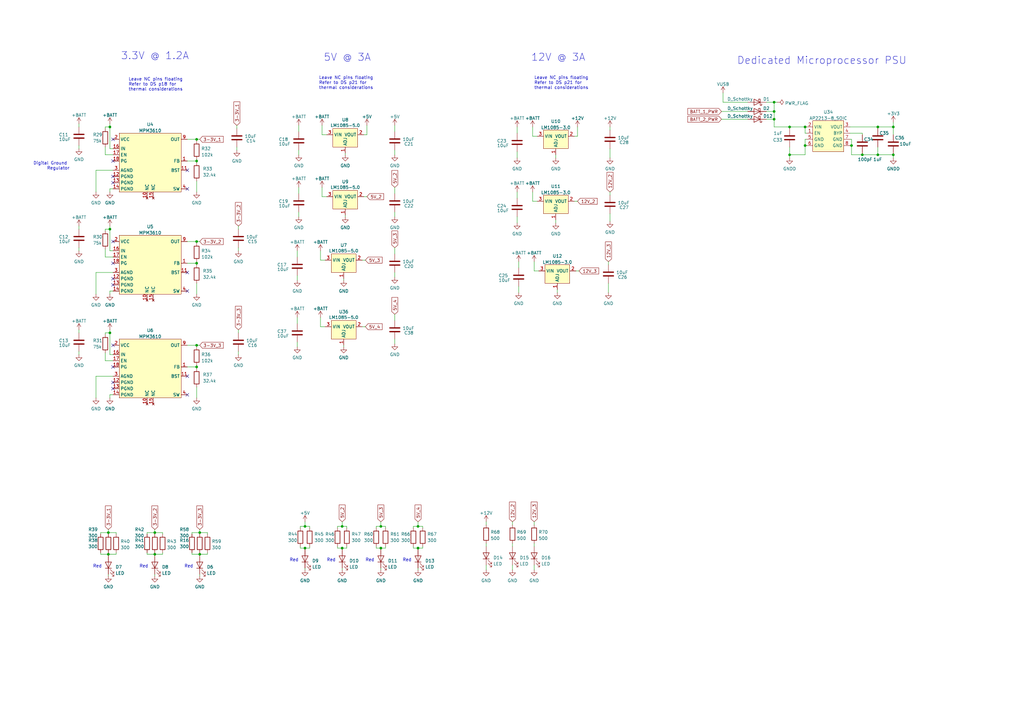
<source format=kicad_sch>
(kicad_sch (version 20211123) (generator eeschema)
  (paper "A3")
  (junction (at 323.85 63.5))
  (junction (at 81.915 227.33))
  (junction (at 330.2 59.69))
  (junction (at 45.085 93.98))
  (junction (at 80.645 141.605))
  (junction (at 353.695 63.5))
  (junction (at 366.395 52.07))
  (junction (at 80.645 66.04))
  (junction (at 63.5 227.33))
  (junction (at 81.915 218.44))
  (junction (at 317.5 45.72))
  (junction (at 317.5 48.895))
  (junction (at 80.645 107.95))
  (junction (at 156.21 215.9))
  (junction (at 140.335 224.79))
  (junction (at 63.5 218.44))
  (junction (at 171.45 215.9))
  (junction (at 317.5 41.91))
  (junction (at 323.85 52.07))
  (junction (at 125.095 224.79))
  (junction (at 44.45 218.44))
  (junction (at 330.2 52.07))
  (junction (at 171.45 224.79))
  (junction (at 360.045 52.07))
  (junction (at 156.21 224.79))
  (junction (at 140.335 215.9))
  (junction (at 366.395 63.5))
  (junction (at 80.645 57.15))
  (junction (at 349.25 59.69))
  (junction (at 125.095 215.9))
  (junction (at 360.045 63.5))
  (junction (at 45.085 52.07))
  (junction (at 80.645 150.495))
  (junction (at 80.645 99.06))
  (junction (at 44.45 227.33))
  (junction (at 45.085 136.525))
  (no_connect (at 46.355 74.93))
  (no_connect (at 76.835 119.38))
  (no_connect (at 46.355 150.495))
  (no_connect (at 46.355 107.95))
  (no_connect (at 76.835 111.76))
  (no_connect (at 76.835 77.47))
  (no_connect (at 46.355 159.385))
  (no_connect (at 76.835 154.305))
  (no_connect (at 76.835 69.85))
  (no_connect (at 46.355 114.3))
  (no_connect (at 46.355 156.845))
  (no_connect (at 46.355 72.39))
  (no_connect (at 46.355 66.04))
  (no_connect (at 76.835 161.925))
  (no_connect (at 46.355 57.15))
  (no_connect (at 46.355 99.06))
  (no_connect (at 46.355 141.605))
  (no_connect (at 46.355 116.84))
  (wire (pts (xy 47.625 219.075) (xy 47.625 218.44)))
  (wire (pts (xy 63.5 227.33) (xy 66.675 227.33)))
  (wire (pts (xy 169.545 215.9) (xy 171.45 215.9)))
  (wire (pts (xy 227.965 90.17) (xy 227.965 91.44)))
  (wire (pts (xy 81.915 227.33) (xy 85.09 227.33)))
  (wire (pts (xy 158.115 224.155) (xy 158.115 224.79)))
  (wire (pts (xy 132.08 80.645) (xy 133.985 80.645)))
  (wire (pts (xy 219.075 231.775) (xy 219.075 233.68)))
  (wire (pts (xy 122.555 86.995) (xy 122.555 88.9)))
  (wire (pts (xy 330.2 59.69) (xy 330.2 63.5)))
  (wire (pts (xy 148.59 106.68) (xy 149.86 106.68)))
  (wire (pts (xy 161.925 86.995) (xy 161.925 88.9)))
  (wire (pts (xy 360.045 52.705) (xy 360.045 52.07)))
  (wire (pts (xy 46.355 63.5) (xy 43.18 63.5)))
  (wire (pts (xy 169.545 224.155) (xy 169.545 224.79)))
  (wire (pts (xy 317.5 48.895) (xy 317.5 52.07)))
  (wire (pts (xy 123.19 215.9) (xy 125.095 215.9)))
  (wire (pts (xy 46.355 161.925) (xy 45.085 161.925)))
  (wire (pts (xy 41.275 226.695) (xy 41.275 227.33)))
  (wire (pts (xy 148.59 133.985) (xy 149.86 133.985)))
  (wire (pts (xy 97.79 135.255) (xy 97.79 136.525)))
  (wire (pts (xy 60.325 227.33) (xy 63.5 227.33)))
  (wire (pts (xy 131.445 130.175) (xy 131.445 133.985)))
  (wire (pts (xy 76.835 57.15) (xy 80.645 57.15)))
  (wire (pts (xy 81.915 235.585) (xy 81.915 236.22)))
  (wire (pts (xy 228.6 118.745) (xy 228.6 120.015)))
  (wire (pts (xy 127 216.535) (xy 127 215.9)))
  (wire (pts (xy 323.85 64.77) (xy 323.85 63.5)))
  (wire (pts (xy 314.325 45.72) (xy 317.5 45.72)))
  (wire (pts (xy 46.355 77.47) (xy 45.085 77.47)))
  (wire (pts (xy 63.5 217.17) (xy 63.5 218.44)))
  (wire (pts (xy 173.355 224.155) (xy 173.355 224.79)))
  (wire (pts (xy 161.925 61.595) (xy 161.925 63.5)))
  (wire (pts (xy 156.21 233.045) (xy 156.21 233.68)))
  (wire (pts (xy 81.915 219.075) (xy 81.915 218.44)))
  (wire (pts (xy 39.37 154.305) (xy 46.355 154.305)))
  (wire (pts (xy 366.395 52.07) (xy 360.045 52.07)))
  (wire (pts (xy 60.325 219.075) (xy 60.325 218.44)))
  (wire (pts (xy 123.19 224.155) (xy 123.19 224.79)))
  (wire (pts (xy 199.39 222.885) (xy 199.39 224.155)))
  (wire (pts (xy 348.615 52.07) (xy 360.045 52.07)))
  (wire (pts (xy 46.355 119.38) (xy 45.085 119.38)))
  (wire (pts (xy 80.645 74.295) (xy 80.645 78.74)))
  (wire (pts (xy 218.44 52.07) (xy 218.44 55.88)))
  (wire (pts (xy 43.18 93.98) (xy 45.085 93.98)))
  (wire (pts (xy 76.835 99.06) (xy 80.645 99.06)))
  (wire (pts (xy 210.185 213.995) (xy 210.185 215.265)))
  (wire (pts (xy 80.645 99.06) (xy 81.915 99.06)))
  (wire (pts (xy 46.355 145.415) (xy 45.085 145.415)))
  (wire (pts (xy 158.115 216.535) (xy 158.115 215.9)))
  (wire (pts (xy 161.925 101.6) (xy 161.925 104.14)))
  (wire (pts (xy 44.45 226.695) (xy 44.45 227.33)))
  (wire (pts (xy 80.645 57.15) (xy 81.915 57.15)))
  (wire (pts (xy 156.21 225.425) (xy 156.21 224.79)))
  (wire (pts (xy 123.19 224.79) (xy 125.095 224.79)))
  (wire (pts (xy 43.18 144.78) (xy 43.18 147.955)))
  (wire (pts (xy 199.39 213.995) (xy 199.39 215.265)))
  (wire (pts (xy 45.085 93.98) (xy 45.085 92.71)))
  (wire (pts (xy 131.445 133.985) (xy 133.35 133.985)))
  (wire (pts (xy 122.555 76.835) (xy 122.555 79.375)))
  (wire (pts (xy 41.275 219.075) (xy 41.275 218.44)))
  (wire (pts (xy 46.355 102.87) (xy 45.085 102.87)))
  (wire (pts (xy 81.915 217.17) (xy 81.915 218.44)))
  (wire (pts (xy 44.45 235.585) (xy 44.45 236.22)))
  (wire (pts (xy 43.18 60.325) (xy 43.18 63.5)))
  (wire (pts (xy 60.325 226.695) (xy 60.325 227.33)))
  (wire (pts (xy 44.45 227.33) (xy 47.625 227.33)))
  (wire (pts (xy 330.2 57.15) (xy 330.2 59.69)))
  (wire (pts (xy 212.725 107.315) (xy 212.725 109.855)))
  (wire (pts (xy 80.645 158.75) (xy 80.645 163.195)))
  (wire (pts (xy 125.095 233.045) (xy 125.095 233.68)))
  (wire (pts (xy 78.74 226.695) (xy 78.74 227.33)))
  (wire (pts (xy 81.915 227.33) (xy 81.915 227.965)))
  (wire (pts (xy 132.08 76.835) (xy 132.08 80.645)))
  (wire (pts (xy 140.335 215.9) (xy 142.24 215.9)))
  (wire (pts (xy 296.545 38.1) (xy 296.545 41.91)))
  (wire (pts (xy 132.08 51.435) (xy 132.08 55.245)))
  (wire (pts (xy 43.18 93.98) (xy 43.18 94.615)))
  (wire (pts (xy 161.925 76.835) (xy 161.925 79.375)))
  (wire (pts (xy 295.91 45.72) (xy 306.705 45.72)))
  (wire (pts (xy 76.835 150.495) (xy 80.645 150.495)))
  (wire (pts (xy 154.305 224.155) (xy 154.305 224.79)))
  (wire (pts (xy 366.395 55.245) (xy 366.395 52.07)))
  (wire (pts (xy 39.37 111.76) (xy 39.37 120.65)))
  (wire (pts (xy 39.37 69.85) (xy 39.37 78.74)))
  (wire (pts (xy 142.24 216.535) (xy 142.24 215.9)))
  (wire (pts (xy 150.495 51.435) (xy 150.495 55.245)))
  (wire (pts (xy 330.2 59.69) (xy 330.835 59.69)))
  (wire (pts (xy 161.925 128.905) (xy 161.925 131.445)))
  (wire (pts (xy 121.92 102.87) (xy 121.92 105.41)))
  (wire (pts (xy 80.645 141.605) (xy 81.915 141.605)))
  (wire (pts (xy 366.395 62.865) (xy 366.395 63.5)))
  (wire (pts (xy 138.43 224.155) (xy 138.43 224.79)))
  (wire (pts (xy 76.835 141.605) (xy 80.645 141.605)))
  (wire (pts (xy 140.335 233.045) (xy 140.335 233.68)))
  (wire (pts (xy 138.43 216.535) (xy 138.43 215.9)))
  (wire (pts (xy 63.5 227.33) (xy 63.5 227.965)))
  (wire (pts (xy 123.19 216.535) (xy 123.19 215.9)))
  (wire (pts (xy 171.45 213.995) (xy 171.45 215.9)))
  (wire (pts (xy 80.645 116.205) (xy 80.645 120.65)))
  (wire (pts (xy 142.24 224.155) (xy 142.24 224.79)))
  (wire (pts (xy 45.085 52.07) (xy 45.085 50.8)))
  (wire (pts (xy 349.25 63.5) (xy 353.695 63.5)))
  (wire (pts (xy 80.645 57.785) (xy 80.645 57.15)))
  (wire (pts (xy 45.085 119.38) (xy 45.085 120.65)))
  (wire (pts (xy 45.085 60.96) (xy 45.085 52.07)))
  (wire (pts (xy 44.45 227.33) (xy 44.45 227.965)))
  (wire (pts (xy 317.5 45.72) (xy 317.5 48.895)))
  (wire (pts (xy 127 224.155) (xy 127 224.79)))
  (wire (pts (xy 314.325 48.895) (xy 317.5 48.895)))
  (wire (pts (xy 317.5 52.07) (xy 323.85 52.07)))
  (wire (pts (xy 43.18 136.525) (xy 43.18 137.16)))
  (wire (pts (xy 81.915 226.695) (xy 81.915 227.33)))
  (wire (pts (xy 78.74 227.33) (xy 81.915 227.33)))
  (wire (pts (xy 156.21 224.79) (xy 158.115 224.79)))
  (wire (pts (xy 46.355 60.96) (xy 45.085 60.96)))
  (wire (pts (xy 161.925 111.76) (xy 161.925 113.665)))
  (wire (pts (xy 43.18 136.525) (xy 45.085 136.525)))
  (wire (pts (xy 249.555 116.205) (xy 249.555 120.015)))
  (wire (pts (xy 219.075 213.995) (xy 219.075 215.265)))
  (wire (pts (xy 43.18 102.235) (xy 43.18 105.41)))
  (wire (pts (xy 140.335 213.995) (xy 140.335 215.9)))
  (wire (pts (xy 80.645 66.04) (xy 80.645 66.675)))
  (wire (pts (xy 44.45 217.17) (xy 44.45 218.44)))
  (wire (pts (xy 45.085 145.415) (xy 45.085 136.525)))
  (wire (pts (xy 97.79 101.6) (xy 97.79 102.87)))
  (wire (pts (xy 97.155 51.435) (xy 97.155 52.705)))
  (wire (pts (xy 63.5 218.44) (xy 66.675 218.44)))
  (wire (pts (xy 154.305 216.535) (xy 154.305 215.9)))
  (wire (pts (xy 45.085 161.925) (xy 45.085 163.195)))
  (wire (pts (xy 32.385 135.255) (xy 32.385 136.525)))
  (wire (pts (xy 125.095 215.9) (xy 127 215.9)))
  (wire (pts (xy 161.925 139.065) (xy 161.925 140.97)))
  (wire (pts (xy 210.185 222.885) (xy 210.185 224.155)))
  (wire (pts (xy 80.645 65.405) (xy 80.645 66.04)))
  (wire (pts (xy 121.92 113.03) (xy 121.92 114.935)))
  (wire (pts (xy 43.18 52.07) (xy 45.085 52.07)))
  (wire (pts (xy 45.085 136.525) (xy 45.085 135.255)))
  (wire (pts (xy 330.2 63.5) (xy 323.85 63.5)))
  (wire (pts (xy 140.97 114.3) (xy 140.97 114.935)))
  (wire (pts (xy 32.385 92.71) (xy 32.385 93.98)))
  (wire (pts (xy 219.075 222.885) (xy 219.075 224.155)))
  (wire (pts (xy 122.555 51.435) (xy 122.555 53.975)))
  (wire (pts (xy 171.45 215.9) (xy 173.355 215.9)))
  (wire (pts (xy 81.915 218.44) (xy 85.09 218.44)))
  (wire (pts (xy 46.355 147.955) (xy 43.18 147.955)))
  (wire (pts (xy 97.155 60.325) (xy 97.155 61.595)))
  (wire (pts (xy 97.79 92.71) (xy 97.79 93.98)))
  (wire (pts (xy 171.45 233.045) (xy 171.45 233.68)))
  (wire (pts (xy 32.385 59.69) (xy 32.385 60.96)))
  (wire (pts (xy 131.445 106.68) (xy 133.35 106.68)))
  (wire (pts (xy 66.675 226.695) (xy 66.675 227.33)))
  (wire (pts (xy 250.19 60.96) (xy 250.19 64.77)))
  (wire (pts (xy 80.645 99.695) (xy 80.645 99.06)))
  (wire (pts (xy 80.645 107.315) (xy 80.645 107.95)))
  (wire (pts (xy 97.79 144.145) (xy 97.79 145.415)))
  (wire (pts (xy 250.19 52.07) (xy 250.19 53.34)))
  (wire (pts (xy 348.615 59.69) (xy 349.25 59.69)))
  (wire (pts (xy 125.095 224.79) (xy 127 224.79)))
  (wire (pts (xy 141.605 88.265) (xy 141.605 88.9)))
  (wire (pts (xy 80.645 107.95) (xy 80.645 108.585)))
  (wire (pts (xy 323.85 52.705) (xy 323.85 52.07)))
  (wire (pts (xy 125.095 225.425) (xy 125.095 224.79)))
  (wire (pts (xy 295.91 48.895) (xy 306.705 48.895)))
  (wire (pts (xy 63.5 235.585) (xy 63.5 236.22)))
  (wire (pts (xy 330.2 57.15) (xy 330.835 57.15)))
  (wire (pts (xy 366.395 63.5) (xy 360.045 63.5)))
  (wire (pts (xy 348.615 57.15) (xy 349.25 57.15)))
  (wire (pts (xy 44.45 218.44) (xy 47.625 218.44)))
  (wire (pts (xy 353.695 54.61) (xy 348.615 54.61)))
  (wire (pts (xy 60.325 218.44) (xy 63.5 218.44)))
  (wire (pts (xy 41.275 227.33) (xy 44.45 227.33)))
  (wire (pts (xy 80.645 150.495) (xy 80.645 151.13)))
  (wire (pts (xy 132.08 55.245) (xy 133.985 55.245)))
  (wire (pts (xy 296.545 41.91) (xy 306.705 41.91)))
  (wire (pts (xy 125.095 213.995) (xy 125.095 215.9)))
  (wire (pts (xy 353.695 63.5) (xy 353.695 62.865)))
  (wire (pts (xy 349.25 57.15) (xy 349.25 59.69)))
  (wire (pts (xy 78.74 218.44) (xy 81.915 218.44)))
  (wire (pts (xy 235.585 55.88) (xy 236.855 55.88)))
  (wire (pts (xy 32.385 101.6) (xy 32.385 102.87)))
  (wire (pts (xy 131.445 102.87) (xy 131.445 106.68)))
  (wire (pts (xy 212.09 88.9) (xy 212.09 91.44)))
  (wire (pts (xy 45.085 77.47) (xy 45.085 78.74)))
  (wire (pts (xy 140.335 224.79) (xy 142.24 224.79)))
  (wire (pts (xy 235.585 82.55) (xy 236.855 82.55)))
  (wire (pts (xy 140.335 225.425) (xy 140.335 224.79)))
  (wire (pts (xy 156.21 215.9) (xy 158.115 215.9)))
  (wire (pts (xy 149.225 55.245) (xy 150.495 55.245)))
  (wire (pts (xy 45.085 102.87) (xy 45.085 93.98)))
  (wire (pts (xy 173.355 216.535) (xy 173.355 215.9)))
  (wire (pts (xy 169.545 224.79) (xy 171.45 224.79)))
  (wire (pts (xy 149.225 80.645) (xy 150.495 80.645)))
  (wire (pts (xy 330.835 54.61) (xy 330.2 54.61)))
  (wire (pts (xy 317.5 41.91) (xy 317.5 45.72)))
  (wire (pts (xy 76.835 107.95) (xy 80.645 107.95)))
  (wire (pts (xy 218.44 82.55) (xy 220.345 82.55)))
  (wire (pts (xy 227.965 63.5) (xy 227.965 64.77)))
  (wire (pts (xy 212.09 52.07) (xy 212.09 54.61)))
  (wire (pts (xy 156.21 213.995) (xy 156.21 215.9)))
  (wire (pts (xy 122.555 61.595) (xy 122.555 63.5)))
  (wire (pts (xy 85.09 219.075) (xy 85.09 218.44)))
  (wire (pts (xy 210.185 231.775) (xy 210.185 233.68)))
  (wire (pts (xy 171.45 225.425) (xy 171.45 224.79)))
  (wire (pts (xy 39.37 154.305) (xy 39.37 163.195)))
  (wire (pts (xy 63.5 226.695) (xy 63.5 227.33)))
  (wire (pts (xy 171.45 224.79) (xy 173.355 224.79)))
  (wire (pts (xy 318.77 41.91) (xy 317.5 41.91)))
  (wire (pts (xy 80.645 142.24) (xy 80.645 141.605)))
  (wire (pts (xy 250.19 78.74) (xy 250.19 80.01)))
  (wire (pts (xy 330.2 54.61) (xy 330.2 52.07)))
  (wire (pts (xy 140.97 141.605) (xy 140.97 142.24)))
  (wire (pts (xy 43.18 52.07) (xy 43.18 52.705)))
  (wire (pts (xy 218.44 55.88) (xy 220.345 55.88)))
  (wire (pts (xy 32.385 144.145) (xy 32.385 145.415)))
  (wire (pts (xy 323.85 60.325) (xy 323.85 63.5)))
  (wire (pts (xy 141.605 62.865) (xy 141.605 63.5)))
  (wire (pts (xy 154.305 224.79) (xy 156.21 224.79)))
  (wire (pts (xy 169.545 216.535) (xy 169.545 215.9)))
  (wire (pts (xy 138.43 215.9) (xy 140.335 215.9)))
  (wire (pts (xy 212.09 78.74) (xy 212.09 81.28)))
  (wire (pts (xy 349.25 59.69) (xy 349.25 63.5)))
  (wire (pts (xy 314.325 41.91) (xy 317.5 41.91)))
  (wire (pts (xy 44.45 219.075) (xy 44.45 218.44)))
  (wire (pts (xy 76.835 66.04) (xy 80.645 66.04)))
  (wire (pts (xy 39.37 69.85) (xy 46.355 69.85)))
  (wire (pts (xy 121.92 140.335) (xy 121.92 142.24)))
  (wire (pts (xy 249.555 107.315) (xy 249.555 108.585)))
  (wire (pts (xy 121.92 130.175) (xy 121.92 132.715)))
  (wire (pts (xy 218.44 78.74) (xy 218.44 82.55)))
  (wire (pts (xy 250.19 87.63) (xy 250.19 90.805)))
  (wire (pts (xy 323.85 52.07) (xy 330.2 52.07)))
  (wire (pts (xy 85.09 226.695) (xy 85.09 227.33)))
  (wire (pts (xy 32.385 50.8) (xy 32.385 52.07)))
  (wire (pts (xy 353.695 55.245) (xy 353.695 54.61)))
  (wire (pts (xy 212.09 62.23) (xy 212.09 64.77)))
  (wire (pts (xy 66.675 219.075) (xy 66.675 218.44)))
  (wire (pts (xy 236.855 52.07) (xy 236.855 55.88)))
  (wire (pts (xy 161.925 51.435) (xy 161.925 53.975)))
  (wire (pts (xy 41.275 218.44) (xy 44.45 218.44)))
  (wire (pts (xy 366.395 63.5) (xy 366.395 64.77)))
  (wire (pts (xy 47.625 226.695) (xy 47.625 227.33)))
  (wire (pts (xy 46.355 105.41) (xy 43.18 105.41)))
  (wire (pts (xy 219.075 111.125) (xy 220.98 111.125)))
  (wire (pts (xy 154.305 215.9) (xy 156.21 215.9)))
  (wire (pts (xy 219.075 107.315) (xy 219.075 111.125)))
  (wire (pts (xy 236.22 111.125) (xy 237.49 111.125)))
  (wire (pts (xy 39.37 111.76) (xy 46.355 111.76)))
  (wire (pts (xy 330.2 52.07) (xy 330.835 52.07)))
  (wire (pts (xy 212.725 117.475) (xy 212.725 120.015)))
  (wire (pts (xy 80.645 149.86) (xy 80.645 150.495)))
  (wire (pts (xy 360.045 60.325) (xy 360.045 63.5)))
  (wire (pts (xy 366.395 50.165) (xy 366.395 52.07)))
  (wire (pts (xy 360.045 63.5) (xy 353.695 63.5)))
  (wire (pts (xy 63.5 219.075) (xy 63.5 218.44)))
  (wire (pts (xy 138.43 224.79) (xy 140.335 224.79)))
  (wire (pts (xy 78.74 219.075) (xy 78.74 218.44)))
  (wire (pts (xy 199.39 231.775) (xy 199.39 233.68)))
  (text "Leave NC pins floating\nRefer to DS p21 for \nthermal considerations" (at 130.81 36.83 0) (effects (font (size 1.27 1.27)) (justify left bottom)))
  (text "Red" (at 38.1 233.045 0) (effects (font (size 1.27 1.27)) (justify left bottom)))
  (text "Red" (at 133.985 230.505 0) (effects (font (size 1.27 1.27)) (justify left bottom)))
  (text "12V @ 3A\n" (at 217.805 25.4 0) (effects (font (size 3 3)) (justify left bottom)))
  (text "3.3V @ 1.2A" (at 49.53 24.765 0) (effects (font (size 3 3)) (justify left bottom)))
  (text "Red" (at 149.86 230.505 0) (effects (font (size 1.27 1.27)) (justify left bottom)))
  (text "Red" (at 118.745 230.505 0) (effects (font (size 1.27 1.27)) (justify left bottom)))
  (text "Digital Ground \nRegulator\n" (at 28.575 69.85 180) (effects (font (size 1.27 1.27)) (justify right bottom)))
  (text "Leave NC pins floating\nRefer to DS p21 for \nthermal considerations" (at 219.075 36.83 0) (effects (font (size 1.27 1.27)) (justify left bottom)))
  (text "Red" (at 165.1 230.505 0) (effects (font (size 1.27 1.27)) (justify left bottom)))
  (text "5V @ 3A" (at 132.715 25.4 0) (effects (font (size 3 3)) (justify left bottom)))
  (text "Dedicated Microprocessor PSU\n" (at 302.26 26.67 0) (effects (font (size 3 3)) (justify left bottom)))
  (text "Leave NC pins floating\nRefer to DS p18 for \nthermal considerations" (at 52.705 37.465 0) (effects (font (size 1.27 1.27)) (justify left bottom)))
  (text "Red" (at 75.565 233.045 0) (effects (font (size 1.27 1.27)) (justify left bottom)))
  (text "Red" (at 57.15 233.045 0) (effects (font (size 1.27 1.27)) (justify left bottom)))
  (global_label "3-3V_2" (shape input) (at 81.915 99.06 0) (property "Intersheet References" "${INTERSHEET_REFS}" (effects hide)))
  (global_label "5V_2" (shape input) (at 161.925 76.835 90) (property "Intersheet References" "${INTERSHEET_REFS}" (effects hide)))
  (global_label "5V_2" (shape input) (at 150.495 80.645 0) (property "Intersheet References" "${INTERSHEET_REFS}" (effects hide)))
  (global_label "5V_3" (shape input) (at 156.21 213.995 90) (property "Intersheet References" "${INTERSHEET_REFS}" (effects hide)))
  (global_label "5V_3" (shape input) (at 149.86 106.68 0) (property "Intersheet References" "${INTERSHEET_REFS}" (effects hide)))
  (global_label "5V_4" (shape input) (at 149.86 133.985 0) (property "Intersheet References" "${INTERSHEET_REFS}" (effects hide)))
  (global_label "12V_2" (shape input) (at 236.855 82.55 0) (property "Intersheet References" "${INTERSHEET_REFS}" (effects hide)))
  (global_label "5V_4" (shape input) (at 161.925 128.905 90) (property "Intersheet References" "${INTERSHEET_REFS}" (effects hide)))
  (global_label "12V_3" (shape input) (at 249.555 107.315 90) (property "Intersheet References" "${INTERSHEET_REFS}" (effects hide)))
  (global_label "3-3V_2" (shape input) (at 97.79 92.71 90) (property "Intersheet References" "${INTERSHEET_REFS}" (effects hide)))
  (global_label "12V_2" (shape input) (at 250.19 78.74 90) (property "Intersheet References" "${INTERSHEET_REFS}" (effects hide)))
  (global_label "12V_3" (shape input) (at 237.49 111.125 0) (property "Intersheet References" "${INTERSHEET_REFS}" (effects hide)))
  (global_label "5V_3" (shape input) (at 161.925 101.6 90) (property "Intersheet References" "${INTERSHEET_REFS}" (effects hide)))
  (global_label "3-3V_1" (shape input) (at 44.45 217.17 90) (property "Intersheet References" "${INTERSHEET_REFS}" (effects hide)))
  (global_label "12V_2" (shape input) (at 210.185 213.995 90) (property "Intersheet References" "${INTERSHEET_REFS}" (effects hide)))
  (global_label "5V_2" (shape input) (at 140.335 213.995 90) (property "Intersheet References" "${INTERSHEET_REFS}" (effects hide)))
  (global_label "3-3V_1" (shape input) (at 81.915 57.15 0) (property "Intersheet References" "${INTERSHEET_REFS}" (effects hide)))
  (global_label "3-3V_3" (shape input) (at 97.79 135.255 90) (property "Intersheet References" "${INTERSHEET_REFS}" (effects hide)))
  (global_label "3-3V_2" (shape input) (at 63.5 217.17 90) (property "Intersheet References" "${INTERSHEET_REFS}" (effects hide)))
  (global_label "3-3V_1" (shape input) (at 97.155 51.435 90) (property "Intersheet References" "${INTERSHEET_REFS}" (effects hide)))
  (global_label "5V_4" (shape input) (at 171.45 213.995 90) (property "Intersheet References" "${INTERSHEET_REFS}" (effects hide)))
  (global_label "3-3V_3" (shape input) (at 81.915 217.17 90) (property "Intersheet References" "${INTERSHEET_REFS}" (effects hide)))
  (global_label "12V_3" (shape input) (at 219.075 213.995 90) (property "Intersheet References" "${INTERSHEET_REFS}" (effects hide)))
  (global_label "BATT_1_PWR" (shape input) (at 295.91 45.72 180) (property "Intersheet References" "${INTERSHEET_REFS}" (effects hide)))
  (global_label "BATT_2_PWR" (shape input) (at 295.91 48.895 180) (property "Intersheet References" "${INTERSHEET_REFS}" (effects hide)))
  (global_label "3-3V_3" (shape input) (at 81.915 141.605 0) (property "Intersheet References" "${INTERSHEET_REFS}" (effects hide)))
  (symbol (lib_id "0.power-symbols:+5V") (at 150.495 51.435 0) (unit 1)
    (property "Reference" "#PWR0111" (effects hide))
    (property "Value" "+5V" (at 150.495 47.8592 0))
  )
  (symbol (lib_id "1.semi.opto:LED") (at 210.185 227.965 90) (unit 1)
    (property "Reference" "D15" (at 213.106 228.7305 90) (effects (justify right)))
    (property "Value" "LED" (at 213.106 231.2674 90) (effects (justify right)))
    (property "Footprint" "1_Semi_Discrete_Diodes_SMD:D_0603" (effects hide))
    (property "PN" "3,3" (effects hide))
  )
  (symbol (lib_id "0.power-symbols:GND") (at 121.92 114.935 0) (unit 1)
    (property "Reference" "#PWR072" (effects hide))
    (property "Value" "GND" (at 121.92 119.3784 0))
  )
  (symbol (lib_id "2.passive:R") (at 199.39 219.075 180) (unit 1)
    (property "Reference" "R68" (at 201.168 218.2403 0) (effects (justify right)))
    (property "Value" "500" (at 201.168 220.7772 0) (effects (justify right)))
    (property "Footprint" "2_Passives_Resistors_SMD_IPC:R_2012_805_B" (effects hide))
    (property "PN" "1,8" (effects hide))
  )
  (symbol (lib_id "2.passive:R") (at 63.5 222.885 0) (unit 1)
    (property "Reference" "R42" (at 55.245 217.1731 0) (effects (justify left)))
    (property "Value" "300" (at 55.245 219.71 0) (effects (justify left)))
    (property "Footprint" "2_Passives_Resistors_SMD_IPC:R_1608_603_B" (effects hide))
    (property "PN" "1,10" (effects hide))
  )
  (symbol (lib_id "2.passive:R") (at 173.355 220.345 0) (unit 1)
    (property "Reference" "R67" (at 175.26 219.0781 0) (effects (justify left)))
    (property "Value" "300" (at 175.26 221.615 0) (effects (justify left)))
    (property "Footprint" "2_Passives_Resistors_SMD_IPC:R_1608_603_B" (effects hide))
    (property "PN" "1,10" (effects hide))
  )
  (symbol (lib_id "0.power-symbols:+12V") (at 250.19 52.07 0) (unit 1)
    (property "Reference" "#PWR0117" (effects hide))
    (property "Value" "+12V" (at 250.19 48.4942 0))
  )
  (symbol (lib_id "0.power-symbols:GND") (at 39.37 120.65 0) (unit 1)
    (property "Reference" "#PWR031" (effects hide))
    (property "Value" "GND" (at 39.37 125.0934 0))
  )
  (symbol (lib_id "0.power-symbols:GND") (at 39.37 78.74 0) (unit 1)
    (property "Reference" "#PWR046" (effects hide))
    (property "Value" "GND" (at 39.37 83.1834 0))
  )
  (symbol (lib_id "0.power-symbols:+BATT") (at 121.92 130.175 0) (unit 1)
    (property "Reference" "#PWR0161" (effects hide))
    (property "Value" "+BATT" (at 121.92 126.5992 0))
  )
  (symbol (lib_id "0.power-symbols:GND") (at 210.185 233.68 0) (unit 1)
    (property "Reference" "#PWR0167" (effects hide))
    (property "Value" "GND" (at 210.185 238.1234 0))
  )
  (symbol (lib_id "0.power-symbols:+BATT") (at 218.44 52.07 0) (unit 1)
    (property "Reference" "#PWR089" (effects hide))
    (property "Value" "+BATT" (at 218.44 48.4942 0))
  )
  (symbol (lib_id "2.passive:C") (at 121.92 136.525 0) (unit 1)
    (property "Reference" "C37" (at 113.665 135.89 0) (effects (justify left)))
    (property "Value" "10uF" (at 113.665 137.795 0) (effects (justify left)))
    (property "Footprint" "2_Passives_Capacitors_SMD_IPC:C_2012_805_B" (effects hide))
    (property "PN" "2,2" (effects hide))
  )
  (symbol (lib_id "2.passive:C") (at 161.925 135.255 0) (unit 1)
    (property "Reference" "C38" (at 165.735 136.525 0) (effects (justify left)))
    (property "Value" "10uF" (at 165.1 134.62 0) (effects (justify left)))
    (property "Footprint" "2_Passives_Capacitors_SMD_IPC:C_1608_603_B" (effects hide))
    (property "PN" "2,3" (effects hide))
  )
  (symbol (lib_id "0.power-symbols:+BATT") (at 32.385 50.8 0) (unit 1)
    (property "Reference" "#PWR045" (effects hide))
    (property "Value" "+BATT" (at 32.385 47.2242 0))
  )
  (symbol (lib_id "1.semi.discrete:D_Schottky") (at 310.515 45.72 180) (unit 1)
    (property "Reference" "D2" (at 314.325 44.45 0))
    (property "Value" "D_Schottky" (at 303.53 44.45 0))
    (property "Footprint" "1_Semi_Discrete_Diodes_SMD:D_SOD-123F" (effects hide))
    (property "Part" "PMEG1030EH" (effects hide))
    (property "PN" "TBD" (effects hide))
  )
  (symbol (lib_id "0.power-symbols:GND") (at 97.79 102.87 0) (unit 1)
    (property "Reference" "#PWR066" (effects hide))
    (property "Value" "GND" (at 97.79 107.3134 0))
  )
  (symbol (lib_id "0.power-symbols:GND") (at 156.21 233.68 0) (unit 1)
    (property "Reference" "#PWR090" (effects hide))
    (property "Value" "GND" (at 156.21 238.1234 0))
  )
  (symbol (lib_name "MPM3610_2") (lib_id "1.semi.ic.pmic.voltagereg:MPM3610") (at 61.595 66.04 0) (unit 1)
    (property "Reference" "U4" (at 61.595 51.0372 0))
    (property "Value" "MPM3610" (at 61.595 53.5741 0))
    (property "Footprint" "1_Semi_QFN:20-PowerLQFN" (effects hide))
    (property "PN" "4,2" (effects hide))
  )
  (symbol (lib_id "2.passive:C") (at 161.925 83.185 0) (unit 1)
    (property "Reference" "C22" (at 165.735 84.455 0) (effects (justify left)))
    (property "Value" "10uF" (at 165.1 82.55 0) (effects (justify left)))
    (property "Footprint" "2_Passives_Capacitors_SMD_IPC:C_1608_603_B" (effects hide))
    (property "PN" "2,3" (effects hide))
  )
  (symbol (lib_id "2.passive:C") (at 366.395 59.055 0) (unit 1)
    (property "Reference" "C36" (at 367.03 56.515 0) (effects (justify left)))
    (property "Value" "10uF" (at 368.935 59.055 0) (effects (justify left)))
    (property "Footprint" "2_Passives_Capacitors_SMD_IPC:C_1608_603_B" (effects hide))
    (property "PN" "2,3" (effects hide))
  )
  (symbol (lib_id "2.passive:C") (at 161.925 57.785 0) (unit 1)
    (property "Reference" "C21" (at 165.735 59.055 0) (effects (justify left)))
    (property "Value" "10uF" (at 165.1 57.15 0) (effects (justify left)))
    (property "Footprint" "2_Passives_Capacitors_SMD_IPC:C_1608_603_B" (effects hide))
    (property "PN" "2,3" (effects hide))
  )
  (symbol (lib_name "LM1085_1") (lib_id "1.semi.ic.pmic.voltagereg:LM1085") (at 141.605 81.915 0) (unit 1)
    (property "Reference" "U9" (at 141.605 74.5322 0))
    (property "Value" "LM1085-5.0" (at 141.605 76.835 0))
    (property "Footprint" "1_Semi_TO_SOT:TO-263-3_TabPin2" (effects hide))
    (property "Datasheet" "https://www.ti.com/lit/ds/symlink/lm1085.pdf?HQS=dis-dk-null-digikeymode-dsf-pf-null-wwe&ts=1674503286246&ref_url=https%253A%252F%252Fwww.ti.com%252Fgeneral%252Fdocs%252Fsuppproductinfo.tsp%253FdistId%253D10%2526gotoUrl%253Dhttps%253A%252F%252Fwww.ti.com%252Flit%252Fgpn%252Flm1085" (effects hide))
    (property "PN" "4,3" (effects hide))
  )
  (symbol (lib_id "0.power-symbols:GND") (at 141.605 63.5 0) (unit 1)
    (property "Reference" "#PWR083" (effects hide))
    (property "Value" "GND" (at 141.605 67.9434 0))
  )
  (symbol (lib_id "1.semi.discrete:D_Schottky") (at 310.515 41.91 180) (unit 1)
    (property "Reference" "D1" (at 314.325 40.64 0))
    (property "Value" "D_Schottky" (at 303.53 40.64 0))
    (property "Footprint" "1_Semi_Discrete_Diodes_SMD:D_SOD-123F" (effects hide))
    (property "Part" "PMEG1030EH" (effects hide))
    (property "PN" "TBD" (effects hide))
  )
  (symbol (lib_id "0.power-symbols:+5V") (at 125.095 213.995 0) (unit 1)
    (property "Reference" "#PWR085" (effects hide))
    (property "Value" "+5V" (at 125.095 210.4192 0))
  )
  (symbol (lib_id "0.power-symbols:GND") (at 171.45 233.68 0) (unit 1)
    (property "Reference" "#PWR0164" (effects hide))
    (property "Value" "GND" (at 171.45 238.1234 0))
  )
  (symbol (lib_id "0.power-symbols:+BATT") (at 131.445 102.87 0) (unit 1)
    (property "Reference" "#PWR098" (effects hide))
    (property "Value" "+BATT" (at 131.445 99.2942 0))
  )
  (symbol (lib_id "2.passive:C") (at 212.09 58.42 0) (unit 1)
    (property "Reference" "C23" (at 203.835 57.785 0) (effects (justify left)))
    (property "Value" "10uF" (at 203.835 59.69 0) (effects (justify left)))
    (property "Footprint" "2_Passives_Capacitors_SMD_IPC:C_2012_805_B" (effects hide))
    (property "PN" "2,2" (effects hide))
  )
  (symbol (lib_id "2.passive:R") (at 123.19 220.345 0) (unit 1)
    (property "Reference" "R44" (at 118.11 219.0781 0) (effects (justify left)))
    (property "Value" "300" (at 118.11 221.615 0) (effects (justify left)))
    (property "Footprint" "2_Passives_Resistors_SMD_IPC:R_1608_603_B" (effects hide))
    (property "PN" "1,10" (effects hide))
  )
  (symbol (lib_id "0.power-symbols:+BATT") (at 32.385 92.71 0) (unit 1)
    (property "Reference" "#PWR047" (effects hide))
    (property "Value" "+BATT" (at 32.385 89.1342 0))
  )
  (symbol (lib_id "1.semi.opto:LED") (at 171.45 229.235 90) (unit 1)
    (property "Reference" "D13" (at 174.371 230.0005 90) (effects (justify right)))
    (property "Value" "LED" (at 174.371 232.5374 90) (effects (justify right)))
    (property "Footprint" "1_Semi_Discrete_Diodes_SMD:D_0603" (effects hide))
    (property "PN" "3,3" (effects hide))
  )
  (symbol (lib_id "0.power-symbols:GNDD") (at 366.395 64.77 0) (unit 1)
    (property "Reference" "#PWR0110" (effects hide))
    (property "Value" "GNDD" (at 366.395 69.2134 0))
  )
  (symbol (lib_id "0.power-symbols:+BATT") (at 45.085 50.8 0) (unit 1)
    (property "Reference" "#PWR051" (effects hide))
    (property "Value" "+BATT" (at 45.085 47.2242 0))
  )
  (symbol (lib_id "2.passive:C") (at 97.79 140.335 0) (unit 1)
    (property "Reference" "C16" (at 101.6 141.605 0) (effects (justify left)))
    (property "Value" "10uF" (at 100.965 139.7 0) (effects (justify left)))
    (property "Footprint" "2_Passives_Capacitors_SMD_IPC:C_1608_603_B" (effects hide))
    (property "PN" "2,3" (effects hide))
  )
  (symbol (lib_id "0.power-symbols:GND") (at 63.5 236.22 0) (unit 1)
    (property "Reference" "#PWR078" (effects hide))
    (property "Value" "GND" (at 63.5 240.6634 0))
  )
  (symbol (lib_name "LM1085_2") (lib_id "1.semi.ic.pmic.voltagereg:LM1085") (at 228.6 112.395 0) (unit 1)
    (property "Reference" "U12" (at 228.6 105.0122 0))
    (property "Value" "LM1085-3.0" (at 228.6 107.5491 0))
    (property "Footprint" "1_Semi_TO_SOT:TO-263-3_TabPin2" (effects hide))
    (property "Datasheet" "https://www.ti.com/general/docs/suppproductinfo.tsp?distId=10&gotoUrl=https%3A%2F%2Fwww.ti.com%2Flit%2Fgpn%2Flm1085" (effects hide))
    (property "PN" "4,4" (effects hide))
  )
  (symbol (lib_id "0.power-symbols:GND") (at 219.075 233.68 0) (unit 1)
    (property "Reference" "#PWR0166" (effects hide))
    (property "Value" "GND" (at 219.075 238.1234 0))
  )
  (symbol (lib_id "0.power-symbols:GNDD") (at 323.85 64.77 0) (unit 1)
    (property "Reference" "#PWR0153" (effects hide))
    (property "Value" "GNDD" (at 323.85 69.2134 0))
  )
  (symbol (lib_id "0.power-symbols:GND") (at 161.925 63.5 0) (unit 1)
    (property "Reference" "#PWR095" (effects hide))
    (property "Value" "GND" (at 161.925 67.9434 0))
  )
  (symbol (lib_id "1.semi.opto:LED") (at 140.335 229.235 90) (unit 1)
    (property "Reference" "D10" (at 143.256 230.0005 90) (effects (justify right)))
    (property "Value" "LED" (at 143.256 232.5374 90) (effects (justify right)))
    (property "Footprint" "1_Semi_Discrete_Diodes_SMD:D_0603" (effects hide))
    (property "PN" "3,3" (effects hide))
  )
  (symbol (lib_id "2.passive:C") (at 32.385 97.79 0) (unit 1)
    (property "Reference" "C12" (at 24.13 97.155 0) (effects (justify left)))
    (property "Value" "10uF" (at 24.13 99.06 0) (effects (justify left)))
    (property "Footprint" "2_Passives_Capacitors_SMD_IPC:C_2012_805_B" (effects hide))
    (property "PN" "2,2" (effects hide))
  )
  (symbol (lib_id "1.semi.ic.pmic.voltagereg:AP2213-8_SOIC") (at 339.725 53.34 0) (unit 1)
    (property "Reference" "U34" (at 339.725 45.9572 0))
    (property "Value" "AP2213-8_SOIC" (at 339.725 48.4941 0))
    (property "Footprint" "1_Semi_Misc:SOIC-8_3.9x4.9mm_P1.27mm" (effects hide))
    (property "PN" "TBD" (effects hide))
  )
  (symbol (lib_id "0.power-symbols:+BATT") (at 218.44 78.74 0) (unit 1)
    (property "Reference" "#PWR092" (effects hide))
    (property "Value" "+BATT" (at 218.44 75.1642 0))
  )
  (symbol (lib_id "2.passive:R") (at 127 220.345 0) (unit 1)
    (property "Reference" "R45" (at 128.905 219.075 0) (effects (justify left)))
    (property "Value" "300" (at 128.905 221.6119 0) (effects (justify left)))
    (property "Footprint" "2_Passives_Resistors_SMD_IPC:R_1608_603_B" (effects hide))
    (property "PN" "1,10" (effects hide))
  )
  (symbol (lib_id "0.power-symbols:GND") (at 122.555 88.9 0) (unit 1)
    (property "Reference" "#PWR076" (effects hide))
    (property "Value" "GND" (at 122.555 93.3434 0))
  )
  (symbol (lib_id "2.passive:C") (at 122.555 83.185 0) (unit 1)
    (property "Reference" "C19" (at 114.3 82.55 0) (effects (justify left)))
    (property "Value" "10uF" (at 114.3 84.455 0) (effects (justify left)))
    (property "Footprint" "2_Passives_Capacitors_SMD_IPC:C_2012_805_B" (effects hide))
    (property "PN" "2,2" (effects hide))
  )
  (symbol (lib_id "2.passive:R") (at 43.18 140.97 0) (unit 1)
    (property "Reference" "R31" (at 38.1 139.7031 0) (effects (justify left)))
    (property "Value" "75k" (at 38.1 142.24 0) (effects (justify left)))
    (property "Footprint" "2_Passives_Resistors_SMD_IPC:R_1608_603_B" (effects hide))
    (property "PN" "1,2" (effects hide))
  )
  (symbol (lib_id "1.semi.opto:LED") (at 219.075 227.965 90) (unit 1)
    (property "Reference" "D16" (at 221.996 228.7305 90) (effects (justify right)))
    (property "Value" "LED" (at 221.996 231.2674 90) (effects (justify right)))
    (property "Footprint" "1_Semi_Discrete_Diodes_SMD:D_0603" (effects hide))
    (property "PN" "3,3" (effects hide))
  )
  (symbol (lib_id "2.passive:C") (at 212.09 85.09 0) (unit 1)
    (property "Reference" "C24" (at 203.835 84.455 0) (effects (justify left)))
    (property "Value" "10uF" (at 203.835 86.36 0) (effects (justify left)))
    (property "Footprint" "2_Passives_Capacitors_SMD_IPC:C_2012_805_B" (effects hide))
    (property "PN" "2,2" (effects hide))
  )
  (symbol (lib_id "0.power-symbols:+5V") (at 161.925 51.435 0) (unit 1)
    (property "Reference" "#PWR094" (effects hide))
    (property "Value" "+5V" (at 161.925 47.8592 0))
  )
  (symbol (lib_id "2.passive:R") (at 41.275 222.885 0) (unit 1)
    (property "Reference" "R38" (at 36.195 221.6181 0) (effects (justify left)))
    (property "Value" "300" (at 36.195 224.155 0) (effects (justify left)))
    (property "Footprint" "2_Passives_Resistors_SMD_IPC:R_1608_603_B" (effects hide))
    (property "PN" "1,10" (effects hide))
  )
  (symbol (lib_id "2.passive:C") (at 323.85 56.515 180) (unit 1)
    (property "Reference" "C33" (at 320.929 57.4235 0) (effects (justify left)))
    (property "Value" "1uF" (at 320.929 54.6484 0) (effects (justify left)))
    (property "Footprint" "2_Passives_Capacitors_SMD_IPC:C_1608_603_B" (effects hide))
    (property "Part" "0603YC105KAT2A" (effects hide))
    (property "PN" "2,4" (effects hide))
  )
  (symbol (lib_id "0.power-symbols:GND") (at 212.09 64.77 0) (unit 1)
    (property "Reference" "#PWR099" (effects hide))
    (property "Value" "GND" (at 212.09 69.2134 0))
  )
  (symbol (lib_id "2.passive:C") (at 353.695 59.055 0) (unit 1)
    (property "Reference" "C34" (at 354.33 57.15 0) (effects (justify left)))
    (property "Value" "100pF" (at 351.79 65.405 0) (effects (justify left)))
    (property "Footprint" "2_Passives_Capacitors_SMD_IPC:C_1608_603_B" (effects hide))
    (property "Datasheet" "https://www.murata.com/en-global/api/pdfdownloadapi?cate=luCeramicCapacitorsSMD&partno=GCG1885G1H101JA01%23" (effects hide))
    (property "Part" "GCG1885G1H101JA01D" (effects hide))
    (property "PN" "TBD" (effects hide))
  )
  (symbol (lib_id "0.power-symbols:+BATT") (at 219.075 107.315 0) (unit 1)
    (property "Reference" "#PWR096" (effects hide))
    (property "Value" "+BATT" (at 219.075 103.7392 0))
  )
  (symbol (lib_id "1.semi.opto:LED") (at 125.095 229.235 90) (unit 1)
    (property "Reference" "D9" (at 128.016 230.0005 90) (effects (justify right)))
    (property "Value" "LED" (at 128.016 232.5374 90) (effects (justify right)))
    (property "Footprint" "1_Semi_Discrete_Diodes_SMD:D_0603" (effects hide))
    (property "PN" "3,3" (effects hide))
  )
  (symbol (lib_id "2.passive:R") (at 78.74 222.885 0) (unit 1)
    (property "Reference" "R16" (at 73.66 221.6181 0) (effects (justify left)))
    (property "Value" "300" (at 73.66 224.155 0) (effects (justify left)))
    (property "Footprint" "2_Passives_Resistors_SMD_IPC:R_1608_603_B" (effects hide))
    (property "PN" "1,10" (effects hide))
  )
  (symbol (lib_id "0.power-symbols:GND") (at 32.385 145.415 0) (unit 1)
    (property "Reference" "#PWR050" (effects hide))
    (property "Value" "GND" (at 32.385 149.8584 0))
  )
  (symbol (lib_id "0.power-symbols:+12V") (at 236.855 52.07 0) (unit 1)
    (property "Reference" "#PWR0112" (effects hide))
    (property "Value" "+12V" (at 236.855 48.4942 0))
  )
  (symbol (lib_id "2.passive:R") (at 80.645 146.05 0) (unit 1)
    (property "Reference" "R36" (at 82.55 145.415 0) (effects (justify left)))
    (property "Value" "102k" (at 82.55 147.955 0) (effects (justify left)))
    (property "Footprint" "2_Passives_Resistors_SMD_IPC:R_1608_603_B" (effects hide))
    (property "PN" "1,1" (effects hide))
  )
  (symbol (lib_id "0.power-symbols:GND") (at 140.97 114.935 0) (unit 1)
    (property "Reference" "#PWR082" (effects hide))
    (property "Value" "GND" (at 140.97 119.3784 0))
  )
  (symbol (lib_id "2.passive:R") (at 80.645 154.94 0) (unit 1)
    (property "Reference" "R37" (at 83.185 153.67 0) (effects (justify left)))
    (property "Value" "32.4k" (at 83.185 156.21 0) (effects (justify left)))
    (property "Footprint" "2_Passives_Resistors_SMD_IPC:R_1608_603_B" (effects hide))
    (property "PN" "1,3" (effects hide))
  )
  (symbol (lib_id "0.power-symbols:GND") (at 161.925 140.97 0) (unit 1)
    (property "Reference" "#PWR0159" (effects hide))
    (property "Value" "GND" (at 161.925 145.4134 0))
  )
  (symbol (lib_id "1.semi.opto:LED") (at 81.915 231.775 90) (unit 1)
    (property "Reference" "D6" (at 84.836 232.5405 90) (effects (justify right)))
    (property "Value" "LED" (at 84.836 235.0774 90) (effects (justify right)))
    (property "Footprint" "1_Semi_Discrete_Diodes_SMD:D_0603" (effects hide))
    (property "PN" "3,3" (effects hide))
  )
  (symbol (lib_id "0.power-symbols:GND") (at 212.09 91.44 0) (unit 1)
    (property "Reference" "#PWR0101" (effects hide))
    (property "Value" "GND" (at 212.09 95.8834 0))
  )
  (symbol (lib_id "2.passive:R") (at 81.915 222.885 0) (unit 1)
    (property "Reference" "R58" (at 73.66 217.1731 0) (effects (justify left)))
    (property "Value" "300" (at 73.66 219.71 0) (effects (justify left)))
    (property "Footprint" "2_Passives_Resistors_SMD_IPC:R_1608_603_B" (effects hide))
    (property "PN" "1,10" (effects hide))
  )
  (symbol (lib_id "0.power-symbols:+BATT") (at 122.555 51.435 0) (unit 1)
    (property "Reference" "#PWR073" (effects hide))
    (property "Value" "+BATT" (at 122.555 47.8592 0))
  )
  (symbol (lib_id "2.passive:C") (at 97.155 56.515 0) (unit 1)
    (property "Reference" "C14" (at 100.965 57.785 0) (effects (justify left)))
    (property "Value" "10uF" (at 100.33 55.88 0) (effects (justify left)))
    (property "Footprint" "2_Passives_Capacitors_SMD_IPC:C_1608_603_B" (effects hide))
    (property "PN" "2,3" (effects hide))
  )
  (symbol (lib_id "2.passive:R") (at 85.09 222.885 0) (unit 1)
    (property "Reference" "R59" (at 86.868 222.0503 0) (effects (justify left)))
    (property "Value" "300" (at 86.868 224.5872 0) (effects (justify left)))
    (property "Footprint" "2_Passives_Resistors_SMD_IPC:R_1608_603_B" (effects hide))
    (property "PN" "1,10" (effects hide))
  )
  (symbol (lib_name "LM1085_2") (lib_id "1.semi.ic.pmic.voltagereg:LM1085") (at 227.965 83.82 0) (unit 1)
    (property "Reference" "U11" (at 227.965 76.4372 0))
    (property "Value" "LM1085-3.0" (at 227.965 78.9741 0))
    (property "Footprint" "1_Semi_TO_SOT:TO-263-3_TabPin2" (effects hide))
    (property "Datasheet" "https://www.ti.com/general/docs/suppproductinfo.tsp?distId=10&gotoUrl=https%3A%2F%2Fwww.ti.com%2Flit%2Fgpn%2Flm1085" (effects hide))
    (property "PN" "4,4" (effects hide))
  )
  (symbol (lib_id "1.semi.opto:LED") (at 44.45 231.775 90) (unit 1)
    (property "Reference" "D7" (at 47.371 232.5405 90) (effects (justify right)))
    (property "Value" "LED" (at 47.371 235.0774 90) (effects (justify right)))
    (property "Footprint" "1_Semi_Discrete_Diodes_SMD:D_0603" (effects hide))
    (property "PN" "3,3" (effects hide))
  )
  (symbol (lib_id "0.power-symbols:GND") (at 45.085 78.74 0) (unit 1)
    (property "Reference" "#PWR052" (effects hide))
    (property "Value" "GND" (at 45.085 83.1834 0))
  )
  (symbol (lib_id "0.power-symbols:GND") (at 250.19 90.805 0) (unit 1)
    (property "Reference" "#PWR0116" (effects hide))
    (property "Value" "GND" (at 250.19 95.2484 0))
  )
  (symbol (lib_id "1.semi.opto:LED") (at 63.5 231.775 90) (unit 1)
    (property "Reference" "D8" (at 66.421 232.5405 90) (effects (justify right)))
    (property "Value" "LED" (at 66.421 235.0774 90) (effects (justify right)))
    (property "Footprint" "1_Semi_Discrete_Diodes_SMD:D_0603" (effects hide))
    (property "PN" "3,3" (effects hide))
  )
  (symbol (lib_id "2.passive:C") (at 249.555 112.395 0) (unit 1)
    (property "Reference" "C26" (at 253.365 113.665 0) (effects (justify left)))
    (property "Value" "10uF" (at 252.73 111.76 0) (effects (justify left)))
    (property "Footprint" "2_Passives_Capacitors_SMD_IPC:C_1608_603_B" (effects hide))
    (property "PN" "2,3" (effects hide))
  )
  (symbol (lib_id "0.power-symbols:GND") (at 250.19 64.77 0) (unit 1)
    (property "Reference" "#PWR0118" (effects hide))
    (property "Value" "GND" (at 250.19 69.2134 0))
  )
  (symbol (lib_id "0.power-symbols:GND") (at 121.92 142.24 0) (unit 1)
    (property "Reference" "#PWR0160" (effects hide))
    (property "Value" "GND" (at 121.92 146.6834 0))
  )
  (symbol (lib_id "0.power-symbols:+BATT") (at 45.085 92.71 0) (unit 1)
    (property "Reference" "#PWR053" (effects hide))
    (property "Value" "+BATT" (at 45.085 89.1342 0))
  )
  (symbol (lib_id "2.passive:R") (at 43.18 56.515 0) (unit 1)
    (property "Reference" "R29" (at 38.1 55.2481 0) (effects (justify left)))
    (property "Value" "75k" (at 38.1 57.785 0) (effects (justify left)))
    (property "Footprint" "2_Passives_Resistors_SMD_IPC:R_1608_603_B" (effects hide))
    (property "PN" "1,2" (effects hide))
  )
  (symbol (lib_id "0.power-symbols:VUSB") (at 296.545 38.1 0) (unit 1)
    (property "Reference" "#PWR064" (effects hide))
    (property "Value" "VUSB" (at 296.545 34.5242 0))
  )
  (symbol (lib_id "0.power-symbols:GND") (at 32.385 60.96 0) (unit 1)
    (property "Reference" "#PWR017" (effects hide))
    (property "Value" "GND" (at 32.385 65.4034 0))
  )
  (symbol (lib_id "0.power-symbols:+BATT") (at 132.08 51.435 0) (unit 1)
    (property "Reference" "#PWR079" (effects hide))
    (property "Value" "+BATT" (at 132.08 47.8592 0))
  )
  (symbol (lib_id "0.power-symbols:GND") (at 141.605 88.9 0) (unit 1)
    (property "Reference" "#PWR084" (effects hide))
    (property "Value" "GND" (at 141.605 93.3434 0))
  )
  (symbol (lib_id "2.passive:R") (at 60.325 222.885 0) (unit 1)
    (property "Reference" "R41" (at 55.245 221.6181 0) (effects (justify left)))
    (property "Value" "300" (at 55.245 224.155 0) (effects (justify left)))
    (property "Footprint" "2_Passives_Resistors_SMD_IPC:R_1608_603_B" (effects hide))
    (property "PN" "1,10" (effects hide))
  )
  (symbol (lib_id "0.power-symbols:GND") (at 81.915 236.22 0) (unit 1)
    (property "Reference" "#PWR077" (effects hide))
    (property "Value" "GND" (at 81.915 240.6634 0))
  )
  (symbol (lib_id "2.passive:R") (at 138.43 220.345 0) (unit 1)
    (property "Reference" "R46" (at 133.35 219.0781 0) (effects (justify left)))
    (property "Value" "300" (at 133.35 221.615 0) (effects (justify left)))
    (property "Footprint" "2_Passives_Resistors_SMD_IPC:R_1608_603_B" (effects hide))
    (property "PN" "1,10" (effects hide))
  )
  (symbol (lib_id "1.semi.opto:LED") (at 199.39 227.965 90) (unit 1)
    (property "Reference" "D14" (at 202.311 228.7305 90) (effects (justify right)))
    (property "Value" "LED" (at 202.311 231.2674 90) (effects (justify right)))
    (property "Footprint" "1_Semi_Discrete_Diodes_SMD:D_0603" (effects hide))
    (property "PN" "3,3" (effects hide))
  )
  (symbol (lib_id "1.semi.opto:LED") (at 156.21 229.235 90) (unit 1)
    (property "Reference" "D11" (at 159.131 230.0005 90) (effects (justify right)))
    (property "Value" "LED" (at 159.131 232.5374 90) (effects (justify right)))
    (property "Footprint" "1_Semi_Discrete_Diodes_SMD:D_0603" (effects hide))
    (property "PN" "3,3" (effects hide))
  )
  (symbol (lib_id "0.power-symbols:GND") (at 249.555 120.015 0) (unit 1)
    (property "Reference" "#PWR0114" (effects hide))
    (property "Value" "GND" (at 249.555 124.4584 0))
  )
  (symbol (lib_id "0.power-symbols:+BATT") (at 212.725 107.315 0) (unit 1)
    (property "Reference" "#PWR088" (effects hide))
    (property "Value" "+BATT" (at 212.725 103.7392 0))
  )
  (symbol (lib_id "2.passive:C") (at 250.19 57.15 0) (unit 1)
    (property "Reference" "C28" (at 254 58.42 0) (effects (justify left)))
    (property "Value" "10uF" (at 253.365 56.515 0) (effects (justify left)))
    (property "Footprint" "2_Passives_Capacitors_SMD_IPC:C_1608_603_B" (effects hide))
    (property "PN" "2,3" (effects hide))
  )
  (symbol (lib_id "2.passive:R") (at 219.075 219.075 180) (unit 1)
    (property "Reference" "R70" (at 220.853 218.2403 0) (effects (justify right)))
    (property "Value" "500" (at 220.853 220.7772 0) (effects (justify right)))
    (property "Footprint" "2_Passives_Resistors_SMD_IPC:R_2012_805_B" (effects hide))
    (property "PN" "1,8" (effects hide))
  )
  (symbol (lib_id "0.power-symbols:+BATT") (at 212.09 78.74 0) (unit 1)
    (property "Reference" "#PWR087" (effects hide))
    (property "Value" "+BATT" (at 212.09 75.1642 0))
  )
  (symbol (lib_id "2.passive:C") (at 32.385 55.88 0) (unit 1)
    (property "Reference" "C11" (at 24.13 55.245 0) (effects (justify left)))
    (property "Value" "10uF" (at 24.13 57.15 0) (effects (justify left)))
    (property "Footprint" "2_Passives_Capacitors_SMD_IPC:C_2012_805_B" (effects hide))
    (property "PN" "2,2" (effects hide))
  )
  (symbol (lib_id "0.power-symbols:GND") (at 140.97 142.24 0) (unit 1)
    (property "Reference" "#PWR0163" (effects hide))
    (property "Value" "GND" (at 140.97 146.6834 0))
  )
  (symbol (lib_id "0.power-symbols:GND") (at 161.925 113.665 0) (unit 1)
    (property "Reference" "#PWR093" (effects hide))
    (property "Value" "GND" (at 161.925 118.1084 0))
  )
  (symbol (lib_id "0.power-symbols:GND") (at 122.555 63.5 0) (unit 1)
    (property "Reference" "#PWR074" (effects hide))
    (property "Value" "GND" (at 122.555 67.9434 0))
  )
  (symbol (lib_id "2.passive:R") (at 142.24 220.345 0) (unit 1)
    (property "Reference" "R47" (at 144.145 219.0781 0) (effects (justify left)))
    (property "Value" "300" (at 144.145 221.615 0) (effects (justify left)))
    (property "Footprint" "2_Passives_Resistors_SMD_IPC:R_1608_603_B" (effects hide))
    (property "PN" "1,10" (effects hide))
  )
  (symbol (lib_id "2.passive:R") (at 169.545 220.345 0) (unit 1)
    (property "Reference" "R66" (at 164.465 219.0781 0) (effects (justify left)))
    (property "Value" "300" (at 164.465 221.615 0) (effects (justify left)))
    (property "Footprint" "2_Passives_Resistors_SMD_IPC:R_1608_603_B" (effects hide))
    (property "PN" "1,10" (effects hide))
  )
  (symbol (lib_name "LM1085_1") (lib_id "1.semi.ic.pmic.voltagereg:LM1085") (at 140.97 135.255 0) (unit 1)
    (property "Reference" "U36" (at 140.97 127.8722 0))
    (property "Value" "LM1085-5.0" (at 140.97 130.175 0))
    (property "Footprint" "1_Semi_TO_SOT:TO-263-3_TabPin2" (effects hide))
    (property "Datasheet" "https://www.ti.com/lit/ds/symlink/lm1085.pdf?HQS=dis-dk-null-digikeymode-dsf-pf-null-wwe&ts=1674503286246&ref_url=https%253A%252F%252Fwww.ti.com%252Fgeneral%252Fdocs%252Fsuppproductinfo.tsp%253FdistId%253D10%2526gotoUrl%253Dhttps%253A%252F%252Fwww.ti.com%252Flit%252Fgpn%252Flm1085" (effects hide))
    (property "PN" "4,3" (effects hide))
  )
  (symbol (lib_id "2.passive:C") (at 212.725 113.665 0) (unit 1)
    (property "Reference" "C25" (at 204.47 113.03 0) (effects (justify left)))
    (property "Value" "10uF" (at 204.47 114.935 0) (effects (justify left)))
    (property "Footprint" "2_Passives_Capacitors_SMD_IPC:C_2012_805_B" (effects hide))
    (property "PN" "2,2" (effects hide))
  )
  (symbol (lib_id "2.passive:C") (at 97.79 97.79 0) (unit 1)
    (property "Reference" "C15" (at 101.6 99.06 0) (effects (justify left)))
    (property "Value" "10uF" (at 100.965 97.155 0) (effects (justify left)))
    (property "Footprint" "2_Passives_Capacitors_SMD_IPC:C_1608_603_B" (effects hide))
    (property "PN" "2,3" (effects hide))
  )
  (symbol (lib_id "2.passive:C") (at 32.385 140.335 0) (unit 1)
    (property "Reference" "C13" (at 24.13 139.7 0) (effects (justify left)))
    (property "Value" "10uF" (at 24.13 141.605 0) (effects (justify left)))
    (property "Footprint" "2_Passives_Capacitors_SMD_IPC:C_2012_805_B" (effects hide))
    (property "PN" "2,2" (effects hide))
  )
  (symbol (lib_name "LM1085_2") (lib_id "1.semi.ic.pmic.voltagereg:LM1085") (at 227.965 57.15 0) (unit 1)
    (property "Reference" "U10" (at 227.965 49.7672 0))
    (property "Value" "LM1085-3.0" (at 227.965 52.3041 0))
    (property "Footprint" "1_Semi_TO_SOT:TO-263-3_TabPin2" (effects hide))
    (property "Datasheet" "https://www.ti.com/general/docs/suppproductinfo.tsp?distId=10&gotoUrl=https%3A%2F%2Fwww.ti.com%2Flit%2Fgpn%2Flm1085" (effects hide))
    (property "PN" "4,4" (effects hide))
  )
  (symbol (lib_id "0.power-symbols:+BATT") (at 131.445 130.175 0) (unit 1)
    (property "Reference" "#PWR0162" (effects hide))
    (property "Value" "+BATT" (at 131.445 126.5992 0))
  )
  (symbol (lib_id "0.power-symbols:+BATT") (at 32.385 135.255 0) (unit 1)
    (property "Reference" "#PWR049" (effects hide))
    (property "Value" "+BATT" (at 32.385 131.6792 0))
  )
  (symbol (lib_id "0.power-symbols:GND") (at 39.37 163.195 0) (unit 1)
    (property "Reference" "#PWR054" (effects hide))
    (property "Value" "GND" (at 39.37 167.6384 0))
  )
  (symbol (lib_name "LM1085_1") (lib_id "1.semi.ic.pmic.voltagereg:LM1085") (at 140.97 107.95 0) (unit 1)
    (property "Reference" "U7" (at 140.97 100.5672 0))
    (property "Value" "LM1085-5.0" (at 140.97 102.87 0))
    (property "Footprint" "1_Semi_TO_SOT:TO-263-3_TabPin2" (effects hide))
    (property "Datasheet" "https://www.ti.com/lit/ds/symlink/lm1085.pdf?HQS=dis-dk-null-digikeymode-dsf-pf-null-wwe&ts=1674503286246&ref_url=https%253A%252F%252Fwww.ti.com%252Fgeneral%252Fdocs%252Fsuppproductinfo.tsp%253FdistId%253D10%2526gotoUrl%253Dhttps%253A%252F%252Fwww.ti.com%252Flit%252Fgpn%252Flm1085" (effects hide))
    (property "PN" "4,3" (effects hide))
  )
  (symbol (lib_id "0.power-symbols:+BATT") (at 132.08 76.835 0) (unit 1)
    (property "Reference" "#PWR080" (effects hide))
    (property "Value" "+BATT" (at 132.08 73.2592 0))
  )
  (symbol (lib_id "0.power-symbols:GND") (at 44.45 236.22 0) (unit 1)
    (property "Reference" "#PWR0136" (effects hide))
    (property "Value" "GND" (at 44.45 240.6634 0))
  )
  (symbol (lib_id "2.passive:R") (at 47.625 222.885 0) (unit 1)
    (property "Reference" "R40" (at 49.403 222.0503 0) (effects (justify left)))
    (property "Value" "300" (at 49.403 224.5872 0) (effects (justify left)))
    (property "Footprint" "2_Passives_Resistors_SMD_IPC:R_1608_603_B" (effects hide))
    (property "PN" "1,10" (effects hide))
  )
  (symbol (lib_id "0.power-symbols:GND") (at 199.39 233.68 0) (unit 1)
    (property "Reference" "#PWR0168" (effects hide))
    (property "Value" "GND" (at 199.39 238.1234 0))
  )
  (symbol (lib_id "0.power-symbols:GND") (at 125.095 233.68 0) (unit 1)
    (property "Reference" "#PWR086" (effects hide))
    (property "Value" "GND" (at 125.095 238.1234 0))
  )
  (symbol (lib_id "0.power-symbols:GND") (at 97.155 61.595 0) (unit 1)
    (property "Reference" "#PWR063" (effects hide))
    (property "Value" "GND" (at 97.155 66.0384 0))
  )
  (symbol (lib_name "LM1085_1") (lib_id "1.semi.ic.pmic.voltagereg:LM1085") (at 141.605 56.515 0) (unit 1)
    (property "Reference" "U8" (at 141.605 49.1322 0))
    (property "Value" "LM1085-5.0" (at 141.605 51.435 0))
    (property "Footprint" "1_Semi_TO_SOT:TO-263-3_TabPin2" (effects hide))
    (property "Datasheet" "https://www.ti.com/lit/ds/symlink/lm1085.pdf?HQS=dis-dk-null-digikeymode-dsf-pf-null-wwe&ts=1674503286246&ref_url=https%253A%252F%252Fwww.ti.com%252Fgeneral%252Fdocs%252Fsuppproductinfo.tsp%253FdistId%253D10%2526gotoUrl%253Dhttps%253A%252F%252Fwww.ti.com%252Flit%252Fgpn%252Flm1085" (effects hide))
    (property "PN" "4,3" (effects hide))
  )
  (symbol (lib_id "2.passive:R") (at 66.675 222.885 0) (unit 1)
    (property "Reference" "R43" (at 68.453 222.0503 0) (effects (justify left)))
    (property "Value" "300" (at 68.453 224.5872 0) (effects (justify left)))
    (property "Footprint" "2_Passives_Resistors_SMD_IPC:R_1608_603_B" (effects hide))
    (property "PN" "1,10" (effects hide))
  )
  (symbol (lib_id "0.power-symbols:GND") (at 228.6 120.015 0) (unit 1)
    (property "Reference" "#PWR0109" (effects hide))
    (property "Value" "GND" (at 228.6 124.4584 0))
  )
  (symbol (lib_id "2.passive:R") (at 154.305 220.345 0) (unit 1)
    (property "Reference" "R60" (at 149.225 219.0781 0) (effects (justify left)))
    (property "Value" "300" (at 149.225 221.615 0) (effects (justify left)))
    (property "Footprint" "2_Passives_Resistors_SMD_IPC:R_1608_603_B" (effects hide))
    (property "PN" "1,10" (effects hide))
  )
  (symbol (lib_id "0.power-symbols:GND") (at 227.965 91.44 0) (unit 1)
    (property "Reference" "#PWR0108" (effects hide))
    (property "Value" "GND" (at 227.965 95.8834 0))
  )
  (symbol (lib_id "2.passive:C") (at 122.555 57.785 0) (unit 1)
    (property "Reference" "C18" (at 114.3 57.15 0) (effects (justify left)))
    (property "Value" "10uF" (at 114.3 59.055 0) (effects (justify left)))
    (property "Footprint" "2_Passives_Capacitors_SMD_IPC:C_2012_805_B" (effects hide))
    (property "PN" "2,2" (effects hide))
  )
  (symbol (lib_id "0.power-symbols:GND") (at 140.335 233.68 0) (unit 1)
    (property "Reference" "#PWR091" (effects hide))
    (property "Value" "GND" (at 140.335 238.1234 0))
  )
  (symbol (lib_id "1.semi.discrete:D_Schottky") (at 310.515 48.895 180) (unit 1)
    (property "Reference" "D12" (at 314.96 47.625 0))
    (property "Value" "D_Schottky" (at 303.53 47.625 0))
    (property "Footprint" "1_Semi_Discrete_Diodes_SMD:D_SOD-123F" (effects hide))
    (property "Part" "PMEG1030EH" (effects hide))
    (property "PN" "TBD" (effects hide))
  )
  (symbol (lib_id "0.power-symbols:GND") (at 97.79 145.415 0) (unit 1)
    (property "Reference" "#PWR068" (effects hide))
    (property "Value" "GND" (at 97.79 149.8584 0))
  )
  (symbol (lib_id "2.passive:R") (at 80.645 103.505 0) (unit 1)
    (property "Reference" "R34" (at 82.55 102.87 0) (effects (justify left)))
    (property "Value" "102k" (at 82.55 105.41 0) (effects (justify left)))
    (property "Footprint" "2_Passives_Resistors_SMD_IPC:R_1608_603_B" (effects hide))
    (property "PN" "1,1" (effects hide))
  )
  (symbol (lib_id "0.power-symbols:GND") (at 80.645 120.65 0) (unit 1)
    (property "Reference" "#PWR060" (effects hide))
    (property "Value" "GND" (at 80.645 125.0934 0))
  )
  (symbol (lib_id "2.passive:C") (at 360.045 56.515 0) (unit 1)
    (property "Reference" "C35" (at 360.68 54.61 0) (effects (justify left)))
    (property "Value" "1uF" (at 358.14 65.405 0) (effects (justify left)))
    (property "Footprint" "2_Passives_Capacitors_SMD_IPC:C_1608_603_B" (effects hide))
    (property "Part" "0603YC105KAT2A" (effects hide))
    (property "PN" "2,4" (effects hide))
  )
  (symbol (lib_id "0.power-symbols:+BATT") (at 122.555 76.835 0) (unit 1)
    (property "Reference" "#PWR075" (effects hide))
    (property "Value" "+BATT" (at 122.555 73.2592 0))
  )
  (symbol (lib_id "2.passive:R") (at 158.115 220.345 0) (unit 1)
    (property "Reference" "R61" (at 160.02 219.0781 0) (effects (justify left)))
    (property "Value" "300" (at 160.02 221.615 0) (effects (justify left)))
    (property "Footprint" "2_Passives_Resistors_SMD_IPC:R_1608_603_B" (effects hide))
    (property "PN" "1,10" (effects hide))
  )
  (symbol (lib_id "2.passive:R") (at 80.645 61.595 0) (unit 1)
    (property "Reference" "R32" (at 82.55 60.96 0) (effects (justify left)))
    (property "Value" "102k" (at 82.55 63.5 0) (effects (justify left)))
    (property "Footprint" "2_Passives_Resistors_SMD_IPC:R_1608_603_B" (effects hide))
    (property "PN" "1,1" (effects hide))
  )
  (symbol (lib_id "1.semi.ic.pmic.voltagereg:MPM3610") (at 61.595 150.495 0) (unit 1)
    (property "Reference" "U6" (at 61.595 135.4922 0))
    (property "Value" "MPM3610" (at 61.595 138.0291 0))
    (property "Footprint" "1_Semi_QFN:20-PowerLQFN" (effects hide))
    (property "PN" "4,2" (effects hide))
  )
  (symbol (lib_id "2.passive:R") (at 44.45 222.885 0) (unit 1)
    (property "Reference" "R39" (at 36.195 217.1731 0) (effects (justify left)))
    (property "Value" "300" (at 36.195 219.71 0) (effects (justify left)))
    (property "Footprint" "2_Passives_Resistors_SMD_IPC:R_1608_603_B" (effects hide))
    (property "PN" "1,10" (effects hide))
  )
  (symbol (lib_id "0.power-symbols:+BATT") (at 121.92 102.87 0) (unit 1)
    (property "Reference" "#PWR071" (effects hide))
    (property "Value" "+BATT" (at 121.92 99.2942 0))
  )
  (symbol (lib_id "0.power-symbols:PWR_FLAG") (at 318.77 41.91 270) (unit 1)
    (property "Reference" "#FLG0101" (effects hide))
    (property "Value" "PWR_FLAG" (at 321.945 42.3438 90) (effects (justify left)))
  )
  (symbol (lib_id "0.power-symbols:GND") (at 32.385 102.87 0) (unit 1)
    (property "Reference" "#PWR048" (effects hide))
    (property "Value" "GND" (at 32.385 107.3134 0))
  )
  (symbol (lib_id "0.power-symbols:+3.3V") (at 366.395 50.165 0) (unit 1)
    (property "Reference" "#PWR0130" (effects hide))
    (property "Value" "+3.3V" (at 366.395 46.5892 0))
  )
  (symbol (lib_id "0.power-symbols:GND") (at 161.925 88.9 0) (unit 1)
    (property "Reference" "#PWR097" (effects hide))
    (property "Value" "GND" (at 161.925 93.3434 0))
  )
  (symbol (lib_id "0.power-symbols:GND") (at 227.965 64.77 0) (unit 1)
    (property "Reference" "#PWR0107" (effects hide))
    (property "Value" "GND" (at 227.965 69.2134 0))
  )
  (symbol (lib_id "0.power-symbols:+12V") (at 199.39 213.995 0) (unit 1)
    (property "Reference" "#PWR0165" (effects hide))
    (property "Value" "+12V" (at 199.39 210.4192 0))
  )
  (symbol (lib_id "2.passive:R") (at 210.185 219.075 180) (unit 1)
    (property "Reference" "R69" (at 211.963 218.2403 0) (effects (justify right)))
    (property "Value" "500" (at 211.963 220.7772 0) (effects (justify right)))
    (property "Footprint" "2_Passives_Resistors_SMD_IPC:R_2012_805_B" (effects hide))
    (property "PN" "1,8" (effects hide))
  )
  (symbol (lib_id "0.power-symbols:GND") (at 80.645 78.74 0) (unit 1)
    (property "Reference" "#PWR058" (effects hide))
    (property "Value" "GND" (at 80.645 83.1834 0))
  )
  (symbol (lib_id "0.power-symbols:GND") (at 80.645 163.195 0) (unit 1)
    (property "Reference" "#PWR062" (effects hide))
    (property "Value" "GND" (at 80.645 167.6384 0))
  )
  (symbol (lib_id "0.power-symbols:GND") (at 45.085 120.65 0) (unit 1)
    (property "Reference" "#PWR056" (effects hide))
    (property "Value" "GND" (at 45.085 125.0934 0))
  )
  (symbol (lib_name "MPM3610_1") (lib_id "1.semi.ic.pmic.voltagereg:MPM3610") (at 61.595 107.95 0) (unit 1)
    (property "Reference" "U5" (at 61.595 92.9472 0))
    (property "Value" "MPM3610" (at 61.595 95.4841 0))
    (property "Footprint" "1_Semi_QFN:20-PowerLQFN" (effects hide))
    (property "PN" "4,2" (effects hide))
  )
  (symbol (lib_id "2.passive:C") (at 250.19 83.82 0) (unit 1)
    (property "Reference" "C27" (at 254 85.09 0) (effects (justify left)))
    (property "Value" "10uF" (at 253.365 83.185 0) (effects (justify left)))
    (property "Footprint" "2_Passives_Capacitors_SMD_IPC:C_1608_603_B" (effects hide))
    (property "PN" "2,3" (effects hide))
  )
  (symbol (lib_id "0.power-symbols:GND") (at 45.085 163.195 0) (unit 1)
    (property "Reference" "#PWR059" (effects hide))
    (property "Value" "GND" (at 45.085 167.6384 0))
  )
  (symbol (lib_id "2.passive:R") (at 43.18 98.425 0) (unit 1)
    (property "Reference" "R30" (at 38.1 97.1581 0) (effects (justify left)))
    (property "Value" "75k" (at 38.1 99.695 0) (effects (justify left)))
    (property "Footprint" "2_Passives_Resistors_SMD_IPC:R_1608_603_B" (effects hide))
    (property "PN" "1,2" (effects hide))
  )
  (symbol (lib_id "0.power-symbols:GND") (at 212.725 120.015 0) (unit 1)
    (property "Reference" "#PWR0103" (effects hide))
    (property "Value" "GND" (at 212.725 124.4584 0))
  )
  (symbol (lib_id "2.passive:R") (at 80.645 112.395 0) (unit 1)
    (property "Reference" "R35" (at 83.185 111.125 0) (effects (justify left)))
    (property "Value" "32.4k" (at 83.185 113.665 0) (effects (justify left)))
    (property "Footprint" "2_Passives_Resistors_SMD_IPC:R_1608_603_B" (effects hide))
    (property "PN" "1,3" (effects hide))
  )
  (symbol (lib_id "0.power-symbols:+BATT") (at 212.09 52.07 0) (unit 1)
    (property "Reference" "#PWR081" (effects hide))
    (property "Value" "+BATT" (at 212.09 48.4942 0))
  )
  (symbol (lib_id "0.power-symbols:+BATT") (at 45.085 135.255 0) (unit 1)
    (property "Reference" "#PWR055" (effects hide))
    (property "Value" "+BATT" (at 45.085 131.6792 0))
  )
  (symbol (lib_id "2.passive:C") (at 121.92 109.22 0) (unit 1)
    (property "Reference" "C17" (at 113.665 108.585 0) (effects (justify left)))
    (property "Value" "10uF" (at 113.665 110.49 0) (effects (justify left)))
    (property "Footprint" "2_Passives_Capacitors_SMD_IPC:C_2012_805_B" (effects hide))
    (property "PN" "2,2" (effects hide))
  )
  (symbol (lib_id "2.passive:C") (at 161.925 107.95 0) (unit 1)
    (property "Reference" "C20" (at 165.735 109.22 0) (effects (justify left)))
    (property "Value" "10uF" (at 165.1 107.315 0) (effects (justify left)))
    (property "Footprint" "2_Passives_Capacitors_SMD_IPC:C_1608_603_B" (effects hide))
    (property "PN" "2,3" (effects hide))
  )
  (symbol (lib_id "2.passive:R") (at 80.645 70.485 0) (unit 1)
    (property "Reference" "R33" (at 83.185 69.215 0) (effects (justify left)))
    (property "Value" "32.4k" (at 83.185 71.755 0) (effects (justify left)))
    (property "Footprint" "2_Passives_Resistors_SMD_IPC:R_1608_603_B" (effects hide))
    (property "PN" "1,3" (effects hide))
  )
)
</source>
